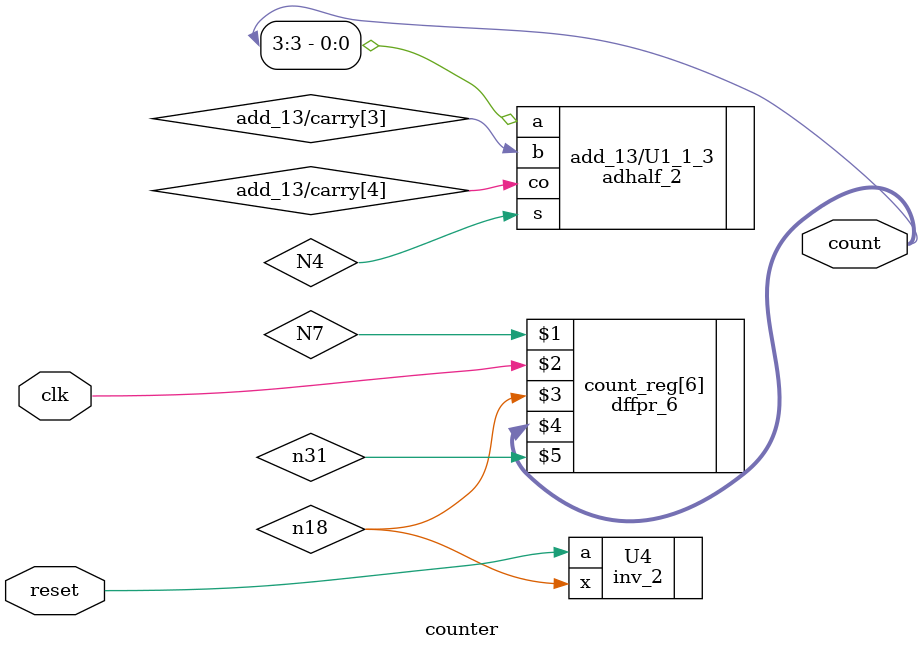
<source format=v>

module counter ( clk, reset, count); // good comment 1
  output [7:0] count;
  input clk, reset; // good comment 2
  wire   n42, n43, n44, N1, N2, N3, N4, N5, N6, N7, N8, n18, n22, n24, n27,
         n29, n31, n32, n33, n35, n36, n38, n40;
  wire   [7:2] \add_13/carry ;

// mymux4 mux ( .mux_sel(mux_sel), .out(out), .in({ net4, net8, net16, net32}) );

   mymux4 mux2 ( .mux_sel(mux_sel), .out(out), .in({net15, net18, net25, net32}) );

//mymux4 mux3 ( .mux_sel(mux_sel), .out(out), .in({ net13, net16, net20, net25}) );//ok1,25 logarithmic

   mymux4 mux4 ( .mux_sel(mux_sel), .out(out), .in({net3, net5, net10, net20}) ); //2 logarithmic

// mux4_1 U4 ( .x(out), .d0(in[0]), .d1(in[2]), .d2(in[1]), .d3(in[3]), .sl0(mux_sel[0]), .sl1(mux_sel[1]) ); //

   inv_2 U4 ( .a(reset),
	     .x(n18) );

   adhalf_2 \add_13/U1_1_3  ( .a(count[3]), .b(\add_13/carry[3] ), .co(
        \add_13/carry[4] ), .s(N4) );

   dffpr_6 \count_reg[6]  ( N7, clk, n18,
			    count, n31
			    );

/*
pavlos 14 - 7
to n3 na odhghsei ola ta shmata
oi kathisterhseis na eine logarithmikis klimakas
*/
  /*and2_1 and21 ( .x(net21), .a(n3), .b(net20) );
	and2_1 and22 ( .x(net22), .a(n3), .b(net21) );
	and2_1 and23 ( .x(net23), .a(n3), .b(net22) );
	and2_1 and24 ( .x(net24), .a(n3), .b(net23) );
	and2_1 and25 ( .x(net25), .a(n3), .b(net24) );
	and2_1 and26 ( .x(net26), .a(n3), .b(net25) );
	and2_1 and27 ( .x(net27), .a(n3), .b(net26) );
	and2_1 and28 ( .x(net28), .a(n3), .b(net27) );
	and2_1 and29 ( .x(net29), .a(n3), .b(net28) );
	and2_1 and30 ( .x(net30), .a(n3), .b(net29) );
	and2_1 and31 ( .x(net31), .a(n3), .b(net30) );
	and2_1 and32 ( .x(net32), .a(n3), .b(net31) ); */

endmodule


</source>
